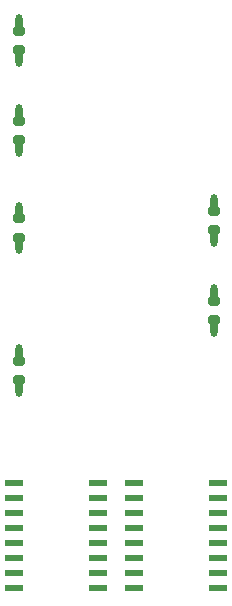
<source format=gtp>
G04 #@! TF.GenerationSoftware,KiCad,Pcbnew,7.0.1*
G04 #@! TF.CreationDate,2023-05-31T01:27:01+09:00*
G04 #@! TF.ProjectId,Pmod_MultiSegment_SinglePort,506d6f64-5f4d-4756-9c74-695365676d65,rev?*
G04 #@! TF.SameCoordinates,Original*
G04 #@! TF.FileFunction,Paste,Top*
G04 #@! TF.FilePolarity,Positive*
%FSLAX46Y46*%
G04 Gerber Fmt 4.6, Leading zero omitted, Abs format (unit mm)*
G04 Created by KiCad (PCBNEW 7.0.1) date 2023-05-31 01:27:01*
%MOMM*%
%LPD*%
G01*
G04 APERTURE LIST*
G04 Aperture macros list*
%AMRoundRect*
0 Rectangle with rounded corners*
0 $1 Rounding radius*
0 $2 $3 $4 $5 $6 $7 $8 $9 X,Y pos of 4 corners*
0 Add a 4 corners polygon primitive as box body*
4,1,4,$2,$3,$4,$5,$6,$7,$8,$9,$2,$3,0*
0 Add four circle primitives for the rounded corners*
1,1,$1+$1,$2,$3*
1,1,$1+$1,$4,$5*
1,1,$1+$1,$6,$7*
1,1,$1+$1,$8,$9*
0 Add four rect primitives between the rounded corners*
20,1,$1+$1,$2,$3,$4,$5,0*
20,1,$1+$1,$4,$5,$6,$7,0*
20,1,$1+$1,$6,$7,$8,$9,0*
20,1,$1+$1,$8,$9,$2,$3,0*%
G04 Aperture macros list end*
%ADD10R,1.500000X0.600000*%
%ADD11O,0.600000X1.650000*%
%ADD12RoundRect,0.200000X-0.275000X0.200000X-0.275000X-0.200000X0.275000X-0.200000X0.275000X0.200000X0*%
%ADD13RoundRect,0.200000X0.275000X-0.200000X0.275000X0.200000X-0.275000X0.200000X-0.275000X-0.200000X0*%
G04 APERTURE END LIST*
D10*
G04 #@! TO.C,U3*
X9900000Y-20955000D03*
X9900000Y-22225000D03*
X9900000Y-23495000D03*
X9900000Y-24765000D03*
X9900000Y-26035000D03*
X9900000Y-27305000D03*
X9900000Y-28575000D03*
X9900000Y-29845000D03*
X2800000Y-29845000D03*
X2800000Y-28575000D03*
X2800000Y-27305000D03*
X2800000Y-26035000D03*
X2800000Y-24765000D03*
X2800000Y-23495000D03*
X2800000Y-22225000D03*
X2800000Y-20955000D03*
G04 #@! TD*
G04 #@! TO.C,U1*
X20060000Y-29845000D03*
X20060000Y-28575000D03*
X20060000Y-27305000D03*
X20060000Y-26035000D03*
X20060000Y-24765000D03*
X20060000Y-23495000D03*
X20060000Y-22225000D03*
X20060000Y-20955000D03*
X12960000Y-20955000D03*
X12960000Y-22225000D03*
X12960000Y-23495000D03*
X12960000Y-24765000D03*
X12960000Y-26035000D03*
X12960000Y-27305000D03*
X12960000Y-28575000D03*
X12960000Y-29845000D03*
G04 #@! TD*
D11*
G04 #@! TO.C,R6*
X3175000Y17885000D03*
D12*
X3175000Y17335000D03*
D11*
X3175000Y15135000D03*
D12*
X3175000Y15685000D03*
G04 #@! TD*
D11*
G04 #@! TO.C,R5*
X3175000Y7515000D03*
D13*
X3175000Y8065000D03*
D11*
X3175000Y10265000D03*
D13*
X3175000Y9715000D03*
G04 #@! TD*
D11*
G04 #@! TO.C,R4*
X3175000Y-740000D03*
D13*
X3175000Y-190000D03*
D11*
X3175000Y2010000D03*
D13*
X3175000Y1460000D03*
G04 #@! TD*
D11*
G04 #@! TO.C,R3*
X19685000Y2645000D03*
D12*
X19685000Y2095000D03*
D11*
X19685000Y-105000D03*
D12*
X19685000Y445000D03*
G04 #@! TD*
D11*
G04 #@! TO.C,R2*
X19685000Y-7725000D03*
D13*
X19685000Y-7175000D03*
D11*
X19685000Y-4975000D03*
D13*
X19685000Y-5525000D03*
G04 #@! TD*
D11*
G04 #@! TO.C,R1*
X3175000Y-12805000D03*
D13*
X3175000Y-12255000D03*
D11*
X3175000Y-10055000D03*
D13*
X3175000Y-10605000D03*
G04 #@! TD*
M02*

</source>
